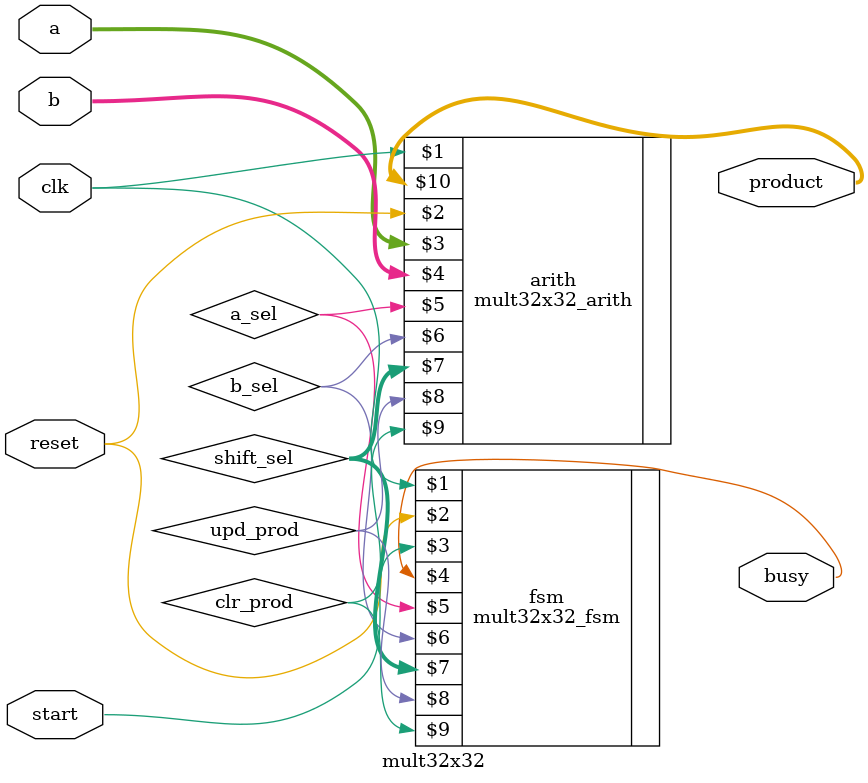
<source format=sv>
module mult32x32 (
    input logic clk,            // Clock
    input logic reset,          // Reset
    input logic start,          // Start signal
    input logic [31:0] a,       // Input a
    input logic [31:0] b,       // Input b
    output logic busy,          // Multiplier busy indication
    output logic [63:0] product // Miltiplication product
);

// Put your code here
// ------------------

logic a_sel;
logic b_sel;
logic [1:0] shift_sel;
logic upd_prod;
logic clr_prod;

mult32x32_arith arith(
    clk, reset,
    a, b, a_sel, b_sel,
    shift_sel,
    upd_prod, clr_prod,
    product
);

mult32x32_fsm fsm(
    clk, reset,
    start, busy,
    a_sel, b_sel, shift_sel,
    upd_prod, clr_prod
);

// End of your code

endmodule

</source>
